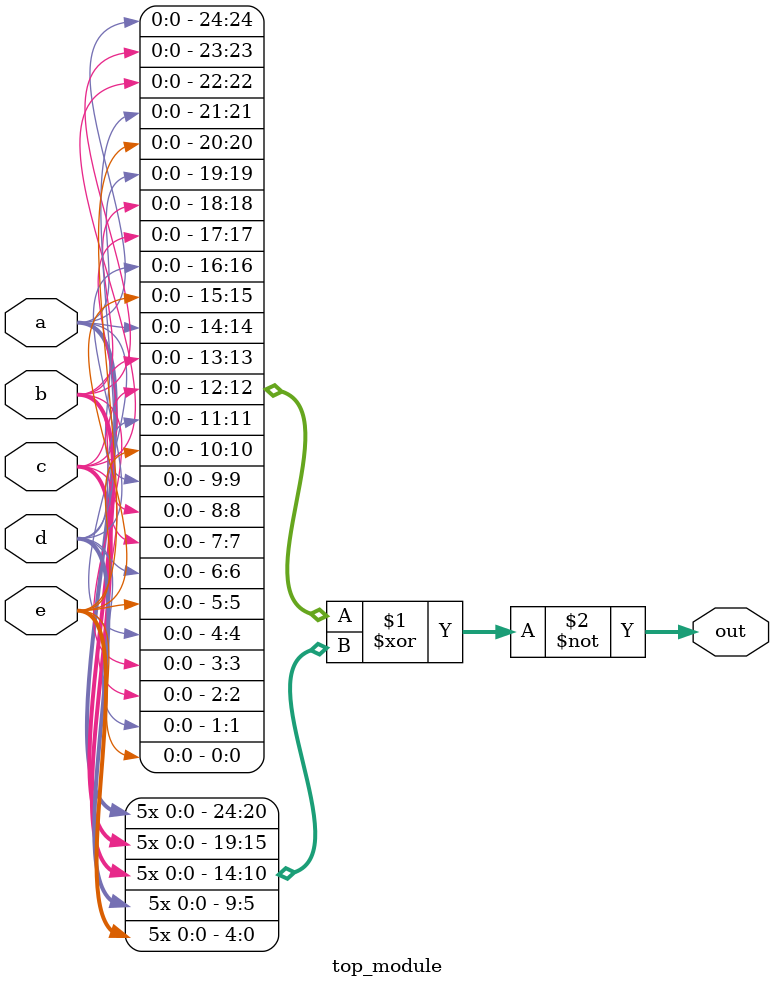
<source format=v>
module top_module (
    input a, b, c, d, e,
    output [24:0] out );//

    // The output is XNOR of two vectors created by 
    // concatenating and replicating the five inputs.
    assign out =~({a,b,c,d,e,a,b,c,d,e,a,b,c,d,e,a,b,c,d,e,a,b,c,d,e} ^ {{5{a}},{5{b}},{5{c}},{5{d}},{5{e}}});


endmodule

</source>
